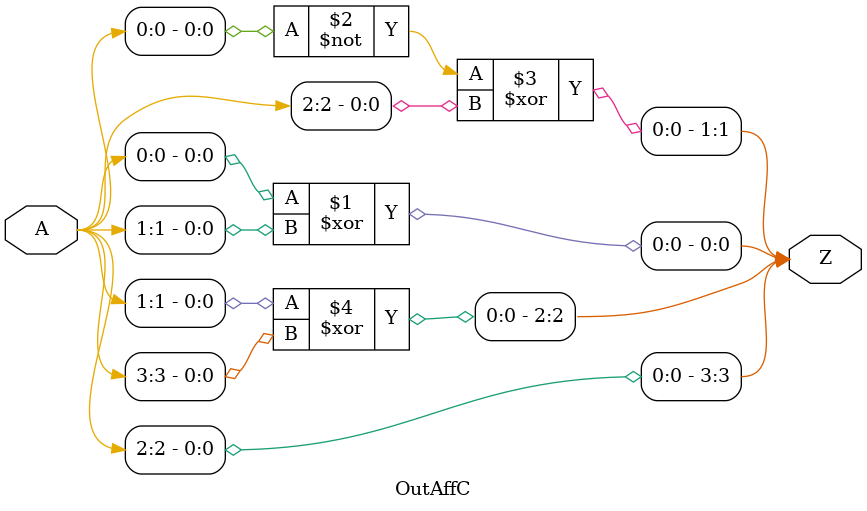
<source format=v>
module OutAffC(
    input  [3:0] A,
    output [3:0] Z
    );
    assign Z[0] = A[0] ^ A[1];
    assign Z[1] = ~A[0] ^ A[2];
    assign Z[2] = A[1] ^ A[3];
    assign Z[3] = A[2];
endmodule


</source>
